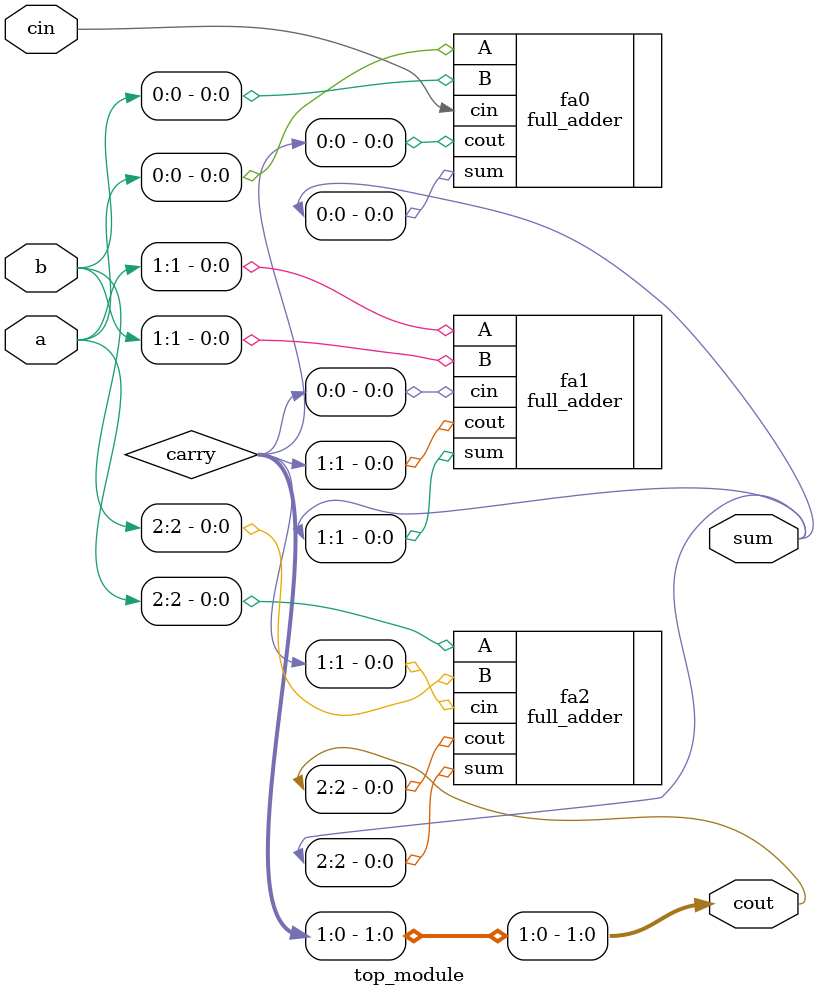
<source format=v>
module top_module( 
    input [2:0] a, 
    input [2:0] b,
    input cin,
    output [2:0] cout,
    output [2:0] sum 
);

    wire [2:0] carry;
    
    // Instantiate the three full adders
    full_adder fa0 (
        .A(a[0]),
        .B(b[0]),
        .cin(cin),
        .sum(sum[0]),
        .cout(carry[0])
    );

    full_adder fa1 (
        .A(a[1]),
        .B(b[1]),
        .cin(carry[0]),
        .sum(sum[1]),
        .cout(carry[1])
    );

    full_adder fa2 (
        .A(a[2]),
        .B(b[2]),
        .cin(carry[1]),
        .sum(sum[2]),
        .cout(cout[2])
    );

    // The carry-outs from each full-adder
    assign cout[0] = carry[0];
    assign cout[1] = carry[1];
    
endmodule
</source>
